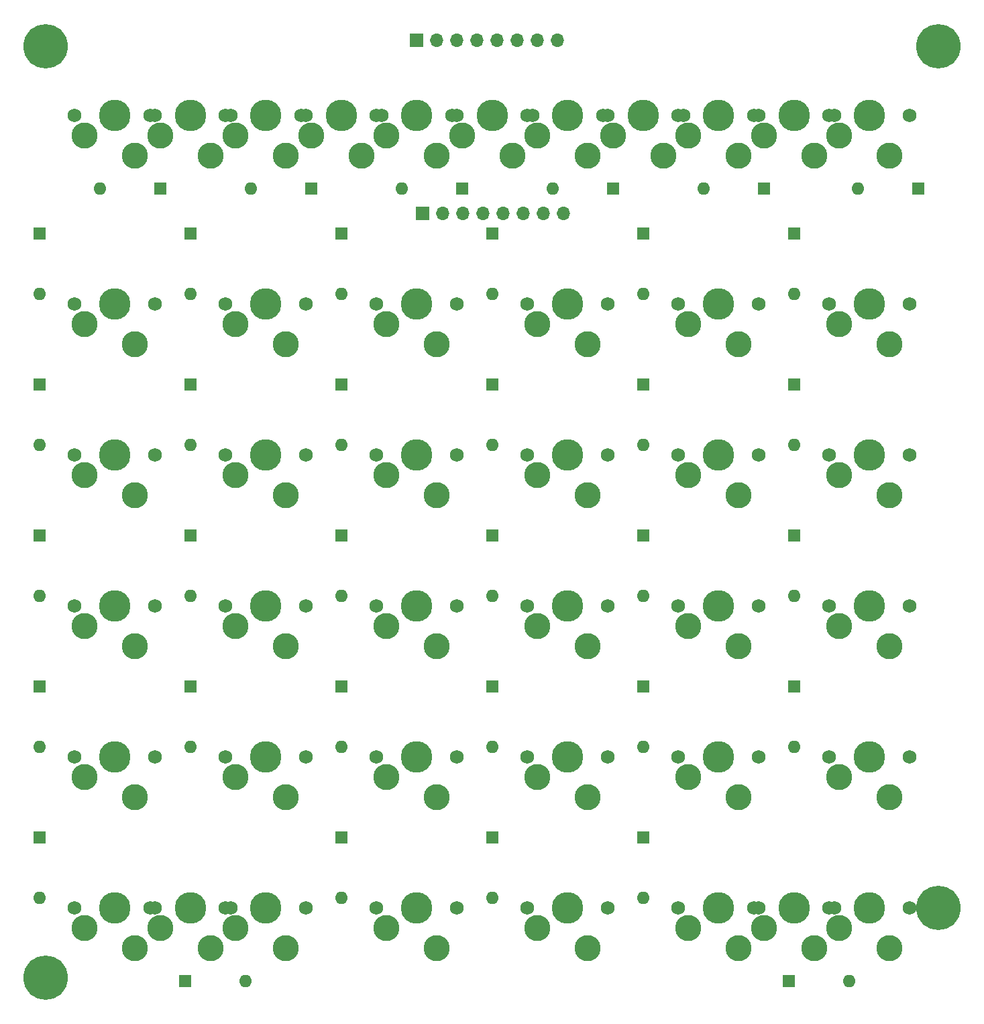
<source format=gbr>
%TF.GenerationSoftware,KiCad,Pcbnew,(6.0.9)*%
%TF.CreationDate,2022-12-06T20:11:38+01:00*%
%TF.ProjectId,tekskey-rounded-half,74656b73-6b65-4792-9d72-6f756e646564,rev?*%
%TF.SameCoordinates,Original*%
%TF.FileFunction,Soldermask,Bot*%
%TF.FilePolarity,Negative*%
%FSLAX46Y46*%
G04 Gerber Fmt 4.6, Leading zero omitted, Abs format (unit mm)*
G04 Created by KiCad (PCBNEW (6.0.9)) date 2022-12-06 20:11:38*
%MOMM*%
%LPD*%
G01*
G04 APERTURE LIST*
%ADD10C,1.750000*%
%ADD11C,3.987800*%
%ADD12C,3.300000*%
%ADD13C,5.600000*%
%ADD14R,1.600000X1.600000*%
%ADD15O,1.600000X1.600000*%
%ADD16R,1.700000X1.700000*%
%ADD17O,1.700000X1.700000*%
G04 APERTURE END LIST*
D10*
%TO.C,SW51B101*%
X69869700Y-150875900D03*
X59709700Y-150875900D03*
D11*
X64789700Y-150875900D03*
D12*
X60979700Y-153415900D03*
X67329700Y-155955900D03*
%TD*%
D13*
%TO.C,J106*%
X159250702Y-150896810D03*
%TD*%
D14*
%TO.C,D128*%
X102889700Y-122935900D03*
D15*
X102889700Y-130555900D03*
%TD*%
D14*
%TO.C,D102*%
X80029700Y-60070900D03*
D15*
X72409700Y-60070900D03*
%TD*%
D14*
%TO.C,D129*%
X121939700Y-122935900D03*
D15*
X121939700Y-130555900D03*
%TD*%
D10*
%TO.C,SW130*%
X145434700Y-131825900D03*
X155594700Y-131825900D03*
D11*
X150514700Y-131825900D03*
D12*
X146704700Y-134365900D03*
X153054700Y-136905900D03*
%TD*%
D11*
%TO.C,SW122*%
X112414700Y-112775900D03*
D10*
X117494700Y-112775900D03*
X107334700Y-112775900D03*
D12*
X108604700Y-115315900D03*
X114954700Y-117855900D03*
%TD*%
D10*
%TO.C,SW112*%
X155594700Y-74675900D03*
D11*
X150514700Y-74675900D03*
D10*
X145434700Y-74675900D03*
D12*
X146704700Y-77215900D03*
X153054700Y-79755900D03*
%TD*%
D10*
%TO.C,SW110*%
X107334700Y-74675900D03*
X117494700Y-74675900D03*
D11*
X112414700Y-74675900D03*
D12*
X108604700Y-77215900D03*
X114954700Y-79755900D03*
%TD*%
D14*
%TO.C,D122*%
X102889700Y-103885900D03*
D15*
X102889700Y-111505900D03*
%TD*%
D11*
%TO.C,SW120*%
X74314700Y-112775900D03*
D10*
X69234700Y-112775900D03*
X79394700Y-112775900D03*
D12*
X70504700Y-115315900D03*
X76854700Y-117855900D03*
%TD*%
D14*
%TO.C,D125*%
X45739700Y-122935900D03*
D15*
X45739700Y-130555900D03*
%TD*%
D13*
%TO.C,J103*%
X159250702Y-42153060D03*
%TD*%
D10*
%TO.C,SW132*%
X69234700Y-150875900D03*
D11*
X74314700Y-150875900D03*
D10*
X79394700Y-150875900D03*
D12*
X70504700Y-153415900D03*
X76854700Y-155955900D03*
%TD*%
D11*
%TO.C,SW108*%
X74314700Y-74675900D03*
D10*
X69234700Y-74675900D03*
X79394700Y-74675900D03*
D12*
X70504700Y-77215900D03*
X76854700Y-79755900D03*
%TD*%
D10*
%TO.C,SW104*%
X107334700Y-50863400D03*
X117494700Y-50863400D03*
D11*
X112414700Y-50863400D03*
D12*
X108604700Y-53403400D03*
X114954700Y-55943400D03*
%TD*%
D10*
%TO.C,SW101*%
X60344700Y-50863400D03*
X50184700Y-50863400D03*
D11*
X55264700Y-50863400D03*
D12*
X51454700Y-53403400D03*
X57804700Y-55943400D03*
%TD*%
D14*
%TO.C,D126*%
X64789700Y-122935900D03*
D15*
X64789700Y-130555900D03*
%TD*%
D14*
%TO.C,D131*%
X45739700Y-141985900D03*
D15*
X45739700Y-149605900D03*
%TD*%
D14*
%TO.C,D106*%
X156705950Y-60070900D03*
D15*
X149085950Y-60070900D03*
%TD*%
D11*
%TO.C,SW107*%
X55264700Y-74675900D03*
D10*
X60344700Y-74675900D03*
X50184700Y-74675900D03*
D12*
X51454700Y-77215900D03*
X57804700Y-79755900D03*
%TD*%
D13*
%TO.C,J105*%
X46538202Y-42153060D03*
%TD*%
D10*
%TO.C,SW133*%
X88284700Y-150875900D03*
X98444700Y-150875900D03*
D11*
X93364700Y-150875900D03*
D12*
X89554700Y-153415900D03*
X95904700Y-155955900D03*
%TD*%
D16*
%TO.C,J102*%
X93364700Y-41359310D03*
D17*
X95904700Y-41359310D03*
X98444700Y-41359310D03*
X100984700Y-41359310D03*
X103524700Y-41359310D03*
X106064700Y-41359310D03*
X108604700Y-41359310D03*
X111144700Y-41359310D03*
%TD*%
D10*
%TO.C,SW123*%
X136544700Y-112775900D03*
D11*
X131464700Y-112775900D03*
D10*
X126384700Y-112775900D03*
D12*
X127654700Y-115315900D03*
X134004700Y-117855900D03*
%TD*%
D11*
%TO.C,SW131*%
X55264700Y-150875900D03*
D10*
X60344700Y-150875900D03*
X50184700Y-150875900D03*
D12*
X51454700Y-153415900D03*
X57804700Y-155955900D03*
%TD*%
D10*
%TO.C,SW114*%
X79394700Y-93725900D03*
X69234700Y-93725900D03*
D11*
X74314700Y-93725900D03*
D12*
X70504700Y-96265900D03*
X76854700Y-98805900D03*
%TD*%
D14*
%TO.C,D121*%
X83839700Y-103885900D03*
D15*
X83839700Y-111505900D03*
%TD*%
D14*
%TO.C,D115*%
X83839700Y-84835900D03*
D15*
X83839700Y-92455900D03*
%TD*%
D11*
%TO.C,SW121*%
X93364700Y-112775900D03*
D10*
X88284700Y-112775900D03*
X98444700Y-112775900D03*
D12*
X89554700Y-115315900D03*
X95904700Y-117855900D03*
%TD*%
D10*
%TO.C,SW103*%
X98444700Y-50863400D03*
X88284700Y-50863400D03*
D11*
X93364700Y-50863400D03*
D12*
X89554700Y-53403400D03*
X95904700Y-55943400D03*
%TD*%
D10*
%TO.C,SW135*%
X126384700Y-150875900D03*
D11*
X131464700Y-150875900D03*
D10*
X136544700Y-150875900D03*
D12*
X127654700Y-153415900D03*
X134004700Y-155955900D03*
%TD*%
D11*
%TO.C,SW3B101*%
X102889700Y-50863400D03*
D10*
X97809700Y-50863400D03*
X107969700Y-50863400D03*
D12*
X99079700Y-53403400D03*
X105429700Y-55943400D03*
%TD*%
D11*
%TO.C,SW2B101*%
X83839700Y-50863400D03*
D10*
X78759700Y-50863400D03*
X88919700Y-50863400D03*
D12*
X80029700Y-53403400D03*
X86379700Y-55943400D03*
%TD*%
D14*
%TO.C,D113*%
X45739700Y-84835900D03*
D15*
X45739700Y-92455900D03*
%TD*%
D11*
%TO.C,SW126*%
X74314700Y-131825900D03*
D10*
X69234700Y-131825900D03*
X79394700Y-131825900D03*
D12*
X70504700Y-134365900D03*
X76854700Y-136905900D03*
%TD*%
D14*
%TO.C,D132*%
X64154700Y-160083400D03*
D15*
X71774700Y-160083400D03*
%TD*%
D14*
%TO.C,D123*%
X121939700Y-103885900D03*
D15*
X121939700Y-111505900D03*
%TD*%
D11*
%TO.C,SW102*%
X74314700Y-50863400D03*
D10*
X79394700Y-50863400D03*
X69234700Y-50863400D03*
D12*
X70504700Y-53403400D03*
X76854700Y-55943400D03*
%TD*%
D14*
%TO.C,D134*%
X102889700Y-141985900D03*
D15*
X102889700Y-149605900D03*
%TD*%
D14*
%TO.C,D105*%
X137179700Y-60070900D03*
D15*
X129559700Y-60070900D03*
%TD*%
D14*
%TO.C,D110*%
X102889700Y-65785900D03*
D15*
X102889700Y-73405900D03*
%TD*%
D11*
%TO.C,SW55B101*%
X140989700Y-150875900D03*
D10*
X135909700Y-150875900D03*
X146069700Y-150875900D03*
D12*
X137179700Y-153415900D03*
X143529700Y-155955900D03*
%TD*%
D14*
%TO.C,D107*%
X45739700Y-65785900D03*
D15*
X45739700Y-73405900D03*
%TD*%
D10*
%TO.C,SW118*%
X155594700Y-93725900D03*
D11*
X150514700Y-93725900D03*
D10*
X145434700Y-93725900D03*
D12*
X146704700Y-96265900D03*
X153054700Y-98805900D03*
%TD*%
D14*
%TO.C,D109*%
X83839700Y-65785900D03*
D15*
X83839700Y-73405900D03*
%TD*%
D14*
%TO.C,D112*%
X140989700Y-65785900D03*
D15*
X140989700Y-73405900D03*
%TD*%
D14*
%TO.C,D124*%
X140989700Y-103885900D03*
D15*
X140989700Y-111505900D03*
%TD*%
D14*
%TO.C,D104*%
X118129700Y-60070900D03*
D15*
X110509700Y-60070900D03*
%TD*%
D10*
%TO.C,SW4B101*%
X127019700Y-50863400D03*
D11*
X121939700Y-50863400D03*
D10*
X116859700Y-50863400D03*
D12*
X118129700Y-53403400D03*
X124479700Y-55943400D03*
%TD*%
D10*
%TO.C,SW106*%
X145434700Y-50863400D03*
X155594700Y-50863400D03*
D11*
X150514700Y-50863400D03*
D12*
X146704700Y-53403400D03*
X153054700Y-55943400D03*
%TD*%
D14*
%TO.C,D108*%
X64789700Y-65785900D03*
D15*
X64789700Y-73405900D03*
%TD*%
D14*
%TO.C,D136*%
X140354700Y-160083400D03*
D15*
X147974700Y-160083400D03*
%TD*%
D14*
%TO.C,D101*%
X60979700Y-60070900D03*
D15*
X53359700Y-60070900D03*
%TD*%
D11*
%TO.C,SW113*%
X55264700Y-93725900D03*
D10*
X50184700Y-93725900D03*
X60344700Y-93725900D03*
D12*
X51454700Y-96265900D03*
X57804700Y-98805900D03*
%TD*%
D14*
%TO.C,D135*%
X121939700Y-141985900D03*
D15*
X121939700Y-149605900D03*
%TD*%
D11*
%TO.C,SW1B101*%
X64789700Y-50863400D03*
D10*
X59709700Y-50863400D03*
X69869700Y-50863400D03*
D12*
X60979700Y-53403400D03*
X67329700Y-55943400D03*
%TD*%
D10*
%TO.C,SW105*%
X126384700Y-50863400D03*
X136544700Y-50863400D03*
D11*
X131464700Y-50863400D03*
D12*
X127654700Y-53403400D03*
X134004700Y-55943400D03*
%TD*%
D14*
%TO.C,D103*%
X99079700Y-60070900D03*
D15*
X91459700Y-60070900D03*
%TD*%
D11*
%TO.C,SW5B101*%
X140989700Y-50863400D03*
D10*
X146069700Y-50863400D03*
X135909700Y-50863400D03*
D12*
X137179700Y-53403400D03*
X143529700Y-55943400D03*
%TD*%
D11*
%TO.C,SW119*%
X55264700Y-112775900D03*
D10*
X60344700Y-112775900D03*
X50184700Y-112775900D03*
D12*
X51454700Y-115315900D03*
X57804700Y-117855900D03*
%TD*%
D14*
%TO.C,D133*%
X83839700Y-141985900D03*
D15*
X83839700Y-149605900D03*
%TD*%
D10*
%TO.C,SW127*%
X98444700Y-131825900D03*
D11*
X93364700Y-131825900D03*
D10*
X88284700Y-131825900D03*
D12*
X89554700Y-134365900D03*
X95904700Y-136905900D03*
%TD*%
D10*
%TO.C,SW136*%
X145434700Y-150875900D03*
X155594700Y-150875900D03*
D11*
X150514700Y-150875900D03*
D12*
X146704700Y-153415900D03*
X153054700Y-155955900D03*
%TD*%
D10*
%TO.C,SW117*%
X126384700Y-93725900D03*
X136544700Y-93725900D03*
D11*
X131464700Y-93725900D03*
D12*
X127654700Y-96265900D03*
X134004700Y-98805900D03*
%TD*%
D11*
%TO.C,SW125*%
X55264700Y-131825900D03*
D10*
X50184700Y-131825900D03*
X60344700Y-131825900D03*
D12*
X51454700Y-134365900D03*
X57804700Y-136905900D03*
%TD*%
D14*
%TO.C,D111*%
X121939700Y-65785900D03*
D15*
X121939700Y-73405900D03*
%TD*%
D10*
%TO.C,SW111*%
X126384700Y-74675900D03*
X136544700Y-74675900D03*
D11*
X131464700Y-74675900D03*
D12*
X127654700Y-77215900D03*
X134004700Y-79755900D03*
%TD*%
D14*
%TO.C,D116*%
X102889700Y-84835900D03*
D15*
X102889700Y-92455900D03*
%TD*%
D14*
%TO.C,D120*%
X64789700Y-103885900D03*
D15*
X64789700Y-111505900D03*
%TD*%
D10*
%TO.C,SW129*%
X136544700Y-131825900D03*
D11*
X131464700Y-131825900D03*
D10*
X126384700Y-131825900D03*
D12*
X127654700Y-134365900D03*
X134004700Y-136905900D03*
%TD*%
D14*
%TO.C,D127*%
X83839700Y-122935900D03*
D15*
X83839700Y-130555900D03*
%TD*%
D16*
%TO.C,J101*%
X94158450Y-63245900D03*
D17*
X96698450Y-63245900D03*
X99238450Y-63245900D03*
X101778450Y-63245900D03*
X104318450Y-63245900D03*
X106858450Y-63245900D03*
X109398450Y-63245900D03*
X111938450Y-63245900D03*
%TD*%
D10*
%TO.C,SW116*%
X117494700Y-93725900D03*
X107334700Y-93725900D03*
D11*
X112414700Y-93725900D03*
D12*
X108604700Y-96265900D03*
X114954700Y-98805900D03*
%TD*%
D14*
%TO.C,D130*%
X140989700Y-122935900D03*
D15*
X140989700Y-130555900D03*
%TD*%
D14*
%TO.C,D114*%
X64789700Y-84835900D03*
D15*
X64789700Y-92455900D03*
%TD*%
D10*
%TO.C,SW134*%
X117494700Y-150875900D03*
X107334700Y-150875900D03*
D11*
X112414700Y-150875900D03*
D12*
X108604700Y-153415900D03*
X114954700Y-155955900D03*
%TD*%
D11*
%TO.C,SW109*%
X93364700Y-74675900D03*
D10*
X88284700Y-74675900D03*
X98444700Y-74675900D03*
D12*
X89554700Y-77215900D03*
X95904700Y-79755900D03*
%TD*%
D14*
%TO.C,D118*%
X140989700Y-84835900D03*
D15*
X140989700Y-92455900D03*
%TD*%
D10*
%TO.C,SW115*%
X88284700Y-93725900D03*
X98444700Y-93725900D03*
D11*
X93364700Y-93725900D03*
D12*
X89554700Y-96265900D03*
X95904700Y-98805900D03*
%TD*%
D14*
%TO.C,D119*%
X45739700Y-103885900D03*
D15*
X45739700Y-111505900D03*
%TD*%
D11*
%TO.C,SW124*%
X150514700Y-112775900D03*
D10*
X155594700Y-112775900D03*
X145434700Y-112775900D03*
D12*
X146704700Y-115315900D03*
X153054700Y-117855900D03*
%TD*%
D14*
%TO.C,D117*%
X121939700Y-84835900D03*
D15*
X121939700Y-92455900D03*
%TD*%
D10*
%TO.C,SW128*%
X107334700Y-131825900D03*
X117494700Y-131825900D03*
D11*
X112414700Y-131825900D03*
D12*
X108604700Y-134365900D03*
X114954700Y-136905900D03*
%TD*%
D13*
%TO.C,J104*%
X46538202Y-159628060D03*
%TD*%
M02*

</source>
